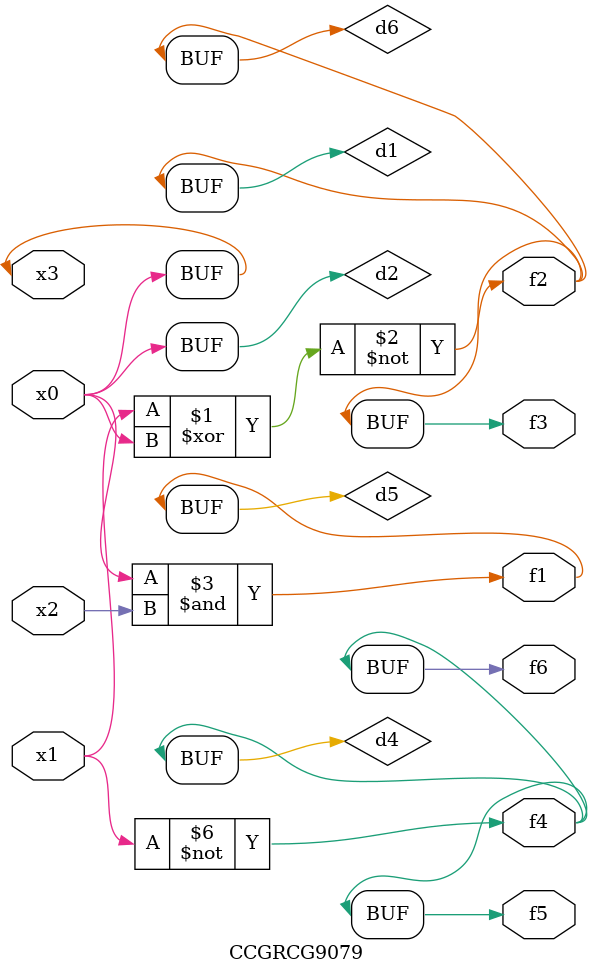
<source format=v>
module CCGRCG9079(
	input x0, x1, x2, x3,
	output f1, f2, f3, f4, f5, f6
);

	wire d1, d2, d3, d4, d5, d6;

	xnor (d1, x1, x3);
	buf (d2, x0, x3);
	nand (d3, x0, x2);
	not (d4, x1);
	nand (d5, d3);
	or (d6, d1);
	assign f1 = d5;
	assign f2 = d6;
	assign f3 = d6;
	assign f4 = d4;
	assign f5 = d4;
	assign f6 = d4;
endmodule

</source>
